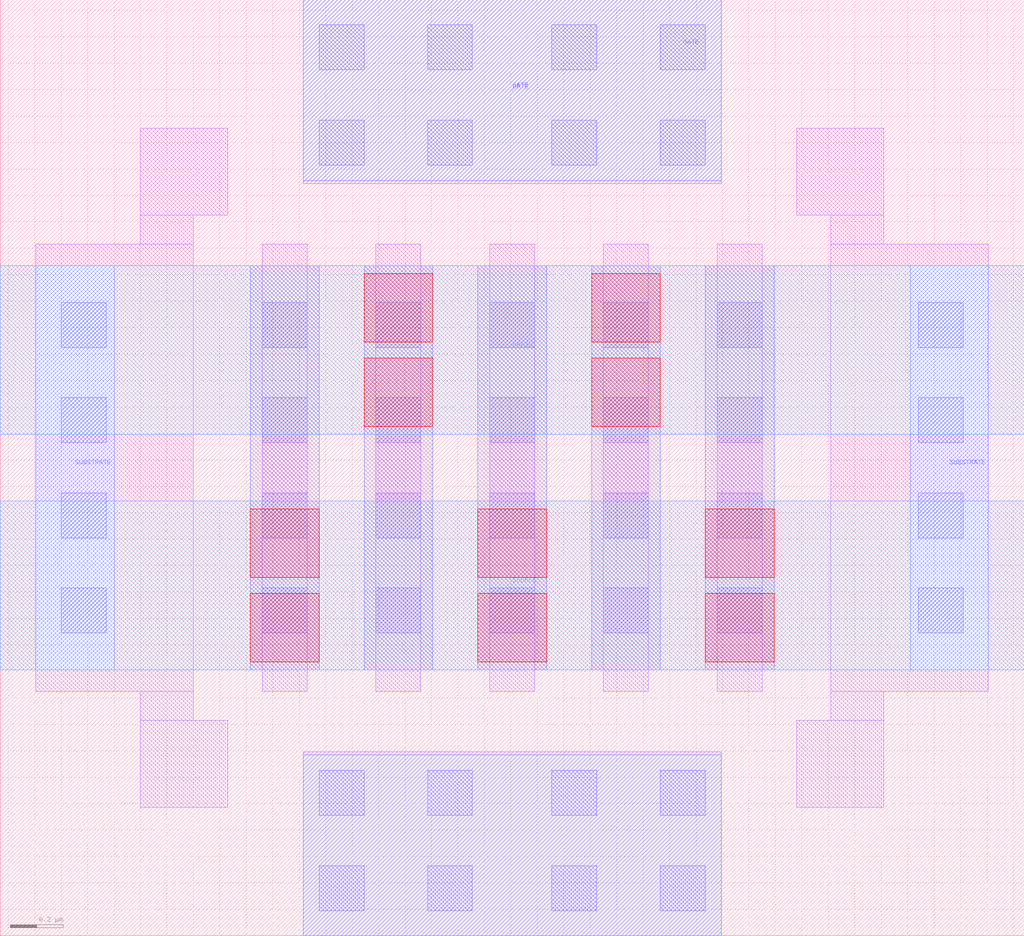
<source format=lef>
# Copyright 2020 The SkyWater PDK Authors
#
# Licensed under the Apache License, Version 2.0 (the "License");
# you may not use this file except in compliance with the License.
# You may obtain a copy of the License at
#
#     https://www.apache.org/licenses/LICENSE-2.0
#
# Unless required by applicable law or agreed to in writing, software
# distributed under the License is distributed on an "AS IS" BASIS,
# WITHOUT WARRANTIES OR CONDITIONS OF ANY KIND, either express or implied.
# See the License for the specific language governing permissions and
# limitations under the License.
#
# SPDX-License-Identifier: Apache-2.0

VERSION 5.7 ;
  NOWIREEXTENSIONATPIN ON ;
  DIVIDERCHAR "/" ;
  BUSBITCHARS "[]" ;
MACRO sky130_fd_pr__rf_nfet_01v8_lvt_cM04W1p65L0p15
  CLASS BLOCK ;
  FOREIGN sky130_fd_pr__rf_nfet_01v8_lvt_cM04W1p65L0p15 ;
  ORIGIN -0.070000  0.000000 ;
  SIZE  3.870000 BY  3.540000 ;
  PIN DRAIN
    ANTENNADIFFAREA  0.924000 ;
    PORT
      LAYER met2 ;
        RECT 0.070000 1.895000 3.940000 2.535000 ;
    END
  END DRAIN
  PIN GATE
    ANTENNAGATEAREA  0.990000 ;
    PORT
      LAYER li1 ;
        RECT 1.215000 0.000000 2.795000 0.695000 ;
        RECT 1.215000 2.845000 2.795000 3.540000 ;
      LAYER mcon ;
        RECT 1.275000 0.095000 1.445000 0.265000 ;
        RECT 1.275000 0.455000 1.445000 0.625000 ;
        RECT 1.275000 2.915000 1.445000 3.085000 ;
        RECT 1.275000 3.275000 1.445000 3.445000 ;
        RECT 1.685000 0.095000 1.855000 0.265000 ;
        RECT 1.685000 0.455000 1.855000 0.625000 ;
        RECT 1.685000 2.915000 1.855000 3.085000 ;
        RECT 1.685000 3.275000 1.855000 3.445000 ;
        RECT 2.155000 0.095000 2.325000 0.265000 ;
        RECT 2.155000 0.455000 2.325000 0.625000 ;
        RECT 2.155000 2.915000 2.325000 3.085000 ;
        RECT 2.155000 3.275000 2.325000 3.445000 ;
        RECT 2.565000 0.095000 2.735000 0.265000 ;
        RECT 2.565000 0.455000 2.735000 0.625000 ;
        RECT 2.565000 2.915000 2.735000 3.085000 ;
        RECT 2.565000 3.275000 2.735000 3.445000 ;
    END
    PORT
      LAYER met1 ;
        RECT 1.215000 0.000000 2.795000 0.685000 ;
        RECT 1.215000 2.855000 2.795000 3.540000 ;
    END
  END GATE
  PIN SOURCE
    ANTENNADIFFAREA  1.386000 ;
    PORT
      LAYER met2 ;
        RECT 0.070000 1.005000 3.940000 1.645000 ;
    END
  END SOURCE
  PIN SUBSTRATE
    ANTENNADIFFAREA  1.072500 ;
    ANTENNAGATEAREA  0.247500 ;
    PORT
      LAYER met1 ;
        RECT 0.205000 1.005000 0.500000 2.535000 ;
    END
    PORT
      LAYER met1 ;
        RECT 3.510000 1.005000 3.805000 2.535000 ;
    END
  END SUBSTRATE
  OBS
    LAYER li1 ;
      RECT 0.205000 0.925000 0.800000 2.615000 ;
      RECT 0.600000 0.485000 0.930000 0.815000 ;
      RECT 0.600000 0.815000 0.800000 0.925000 ;
      RECT 0.600000 2.615000 0.800000 2.725000 ;
      RECT 0.600000 2.725000 0.930000 3.055000 ;
      RECT 1.060000 0.925000 1.230000 2.615000 ;
      RECT 1.490000 0.925000 1.660000 2.615000 ;
      RECT 1.920000 0.925000 2.090000 2.615000 ;
      RECT 2.350000 0.925000 2.520000 2.615000 ;
      RECT 2.780000 0.925000 2.950000 2.615000 ;
      RECT 3.080000 0.485000 3.410000 0.815000 ;
      RECT 3.080000 2.725000 3.410000 3.055000 ;
      RECT 3.210000 0.815000 3.410000 0.925000 ;
      RECT 3.210000 0.925000 3.805000 2.615000 ;
      RECT 3.210000 2.615000 3.410000 2.725000 ;
    LAYER mcon ;
      RECT 0.300000 1.145000 0.470000 1.315000 ;
      RECT 0.300000 1.505000 0.470000 1.675000 ;
      RECT 0.300000 1.865000 0.470000 2.035000 ;
      RECT 0.300000 2.225000 0.470000 2.395000 ;
      RECT 1.060000 1.145000 1.230000 1.315000 ;
      RECT 1.060000 1.505000 1.230000 1.675000 ;
      RECT 1.060000 1.865000 1.230000 2.035000 ;
      RECT 1.060000 2.225000 1.230000 2.395000 ;
      RECT 1.490000 1.145000 1.660000 1.315000 ;
      RECT 1.490000 1.505000 1.660000 1.675000 ;
      RECT 1.490000 1.865000 1.660000 2.035000 ;
      RECT 1.490000 2.225000 1.660000 2.395000 ;
      RECT 1.920000 1.145000 2.090000 1.315000 ;
      RECT 1.920000 1.505000 2.090000 1.675000 ;
      RECT 1.920000 1.865000 2.090000 2.035000 ;
      RECT 1.920000 2.225000 2.090000 2.395000 ;
      RECT 2.350000 1.145000 2.520000 1.315000 ;
      RECT 2.350000 1.505000 2.520000 1.675000 ;
      RECT 2.350000 1.865000 2.520000 2.035000 ;
      RECT 2.350000 2.225000 2.520000 2.395000 ;
      RECT 2.780000 1.145000 2.950000 1.315000 ;
      RECT 2.780000 1.505000 2.950000 1.675000 ;
      RECT 2.780000 1.865000 2.950000 2.035000 ;
      RECT 2.780000 2.225000 2.950000 2.395000 ;
      RECT 3.540000 1.145000 3.710000 1.315000 ;
      RECT 3.540000 1.505000 3.710000 1.675000 ;
      RECT 3.540000 1.865000 3.710000 2.035000 ;
      RECT 3.540000 2.225000 3.710000 2.395000 ;
    LAYER met1 ;
      RECT 1.015000 1.005000 1.275000 2.535000 ;
      RECT 1.445000 1.005000 1.705000 2.535000 ;
      RECT 1.875000 1.005000 2.135000 2.535000 ;
      RECT 2.305000 1.005000 2.565000 2.535000 ;
      RECT 2.735000 1.005000 2.995000 2.535000 ;
    LAYER via ;
      RECT 1.015000 1.035000 1.275000 1.295000 ;
      RECT 1.015000 1.355000 1.275000 1.615000 ;
      RECT 1.445000 1.925000 1.705000 2.185000 ;
      RECT 1.445000 2.245000 1.705000 2.505000 ;
      RECT 1.875000 1.035000 2.135000 1.295000 ;
      RECT 1.875000 1.355000 2.135000 1.615000 ;
      RECT 2.305000 1.925000 2.565000 2.185000 ;
      RECT 2.305000 2.245000 2.565000 2.505000 ;
      RECT 2.735000 1.035000 2.995000 1.295000 ;
      RECT 2.735000 1.355000 2.995000 1.615000 ;
  END
END sky130_fd_pr__rf_nfet_01v8_lvt_cM04W1p65L0p15
END LIBRARY

</source>
